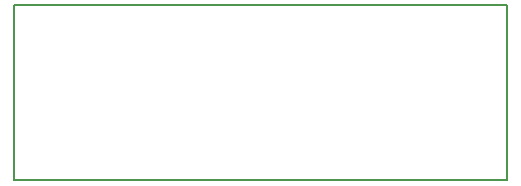
<source format=gm1>
G04 MADE WITH FRITZING*
G04 WWW.FRITZING.ORG*
G04 SINGLE SIDED*
G04 HOLES NOT PLATED*
G04 CONTOUR ON CENTER OF CONTOUR VECTOR*
%ASAXBY*%
%FSLAX23Y23*%
%MOIN*%
%OFA0B0*%
%SFA1.0B1.0*%
%ADD10R,1.653540X0.590551*%
%ADD11C,0.008000*%
%ADD10C,0.008*%
%LNCONTOUR*%
G90*
G70*
G54D10*
G54D11*
X4Y587D02*
X1650Y587D01*
X1650Y4D01*
X4Y4D01*
X4Y587D01*
D02*
G04 End of contour*
M02*
</source>
